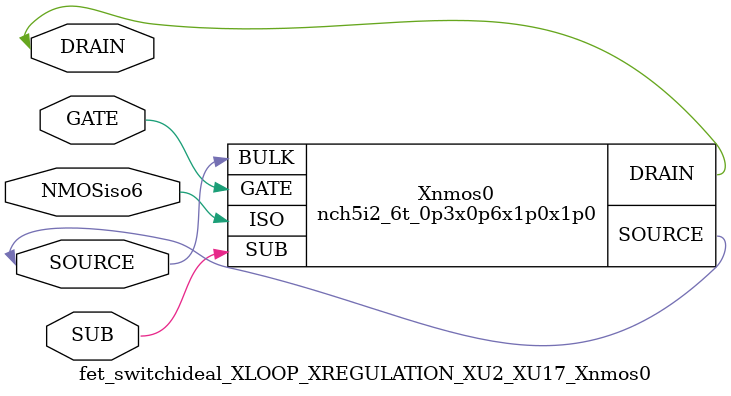
<source format=v>

module nch5i2_6t_0p3x0p6x1p0x1p0 (DRAIN,GATE,SOURCE,ISO,BULK,SUB);
input GATE;
input ISO;
input BULK;
input SUB;
inout SOURCE;
inout DRAIN;
endmodule

//Celera Confidential Do Not Copy fet_switchideal_XLOOP_XREGULATION_XU2_XU17_Xnmos0
//Celera Confidential Symbol Generator
//signal NMOS:Ron:10000 Ohm
//Vgs 6V Vds 6V
//Kelvin:no
module fet_switchideal_XLOOP_XREGULATION_XU2_XU17_Xnmos0 (GATE,SOURCE,DRAIN,NMOSiso6,SUB);
input GATE;
inout SOURCE;
inout DRAIN;
input SUB;
input NMOSiso6;

//Celera Confidential Do Not Copy nch5i2_6t_0p3x0p6x1p0x1p0
nch5i2_6t_0p3x0p6x1p0x1p0 Xnmos0(
.DRAIN (DRAIN),
.GATE (GATE),
.SOURCE (SOURCE),
.ISO (NMOSiso6),
.BULK (SOURCE),
.SUB (SUB)
);
//,diesize,nch5i2_6t_0p3x0p6x1p0x1p0

//Celera Confidential Do Not Copy Module End
//Celera Schematic Generator
endmodule

</source>
